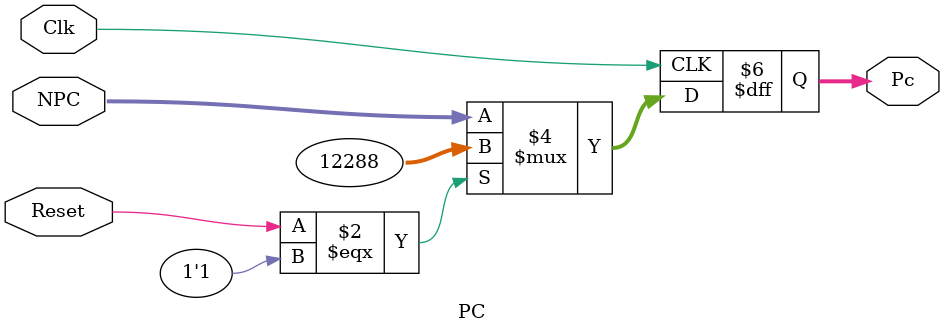
<source format=v>
`timescale 1ns / 1ps
module PC(
    input Clk,
	 input Reset,
	 input [31:0]NPC,
	 output [31:0]Pc
	 );
	 reg [31:0]Pc; 
	 always @(posedge Clk) begin
		if (Reset === 1) begin
			Pc = 32'h0000_3000;
		end
		else begin
			Pc = NPC;
		end
	 end
endmodule 

</source>
